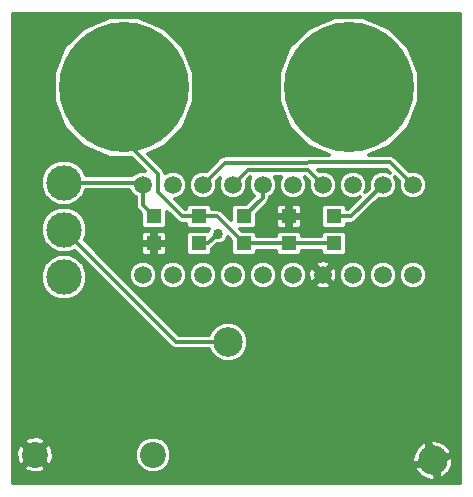
<source format=gbl>
%FSLAX34Y34*%
G04 Gerber Fmt 3.4, Leading zero omitted, Abs format*
G04 (created by PCBNEW (2014-01-30 BZR 4648)-product) date Sun Feb 23 14:33:07 2014*
%MOIN*%
G01*
G70*
G90*
G04 APERTURE LIST*
%ADD10C,0.013780*%
%ADD11C,0.433071*%
%ADD12C,0.118110*%
%ADD13R,0.051181X0.047244*%
%ADD14C,0.059055*%
%ADD15C,0.086614*%
%ADD16C,0.098425*%
%ADD17C,0.033858*%
%ADD18C,0.012000*%
%ADD19C,0.013780*%
G04 APERTURE END LIST*
G54D10*
G54D11*
X4250Y13750D03*
X11750Y13750D03*
G54D12*
X2250Y7425D03*
X2250Y9000D03*
X2250Y10574D03*
G54D13*
X9750Y8550D03*
X9750Y9450D03*
G54D14*
X12875Y7500D03*
X12875Y10500D03*
X13875Y7500D03*
X13875Y10500D03*
G54D13*
X6750Y8550D03*
X6750Y9450D03*
X11250Y9450D03*
X11250Y8550D03*
G54D14*
X7875Y10500D03*
X6875Y10500D03*
X5875Y10500D03*
X4875Y10500D03*
X8875Y10500D03*
X9875Y10500D03*
X10875Y10500D03*
X4875Y7500D03*
X5875Y7500D03*
X6875Y7500D03*
X7875Y7500D03*
X8875Y7500D03*
X9875Y7500D03*
X10875Y7500D03*
G54D13*
X8250Y9450D03*
X8250Y8550D03*
X5250Y9450D03*
X5250Y8550D03*
G54D15*
X5218Y1500D03*
X1281Y1500D03*
G54D14*
X11875Y10500D03*
X11875Y7500D03*
G54D16*
X14545Y1318D03*
X7726Y5255D03*
G54D17*
X7375Y8875D03*
G54D18*
X2250Y9000D02*
X5994Y5255D01*
X5994Y5255D02*
X7726Y5255D01*
X8250Y9450D02*
X8875Y10075D01*
X8875Y10075D02*
X8875Y10500D01*
X8250Y8550D02*
X7350Y9450D01*
X7350Y9450D02*
X6750Y9450D01*
X9750Y8550D02*
X8250Y8550D01*
X4250Y13750D02*
X4250Y12000D01*
X4250Y12000D02*
X5375Y10875D01*
X5375Y10875D02*
X5375Y10250D01*
X5375Y10250D02*
X6175Y9450D01*
X6175Y9450D02*
X6750Y9450D01*
X9750Y8550D02*
X11250Y8550D01*
X13875Y10500D02*
X13125Y11250D01*
X7624Y11244D02*
X6875Y10500D01*
X13125Y11250D02*
X7624Y11244D01*
X11250Y9450D02*
X11825Y9450D01*
X11825Y9450D02*
X12875Y10500D01*
X6750Y8550D02*
X7050Y8550D01*
X7050Y8550D02*
X7375Y8875D01*
X7875Y10500D02*
X8375Y11000D01*
X10375Y11000D02*
X10875Y10500D01*
X8375Y11000D02*
X10375Y11000D01*
X4875Y10500D02*
X4875Y9825D01*
X4875Y9825D02*
X5250Y9450D01*
X2250Y10574D02*
X4800Y10574D01*
G54D10*
G36*
X15440Y560D02*
X15230Y560D01*
X15230Y1330D01*
X15177Y1425D01*
X15145Y1417D01*
X15145Y1541D01*
X15144Y1651D01*
X14972Y1855D01*
X14734Y1977D01*
X14534Y2004D01*
X14438Y1950D01*
X14588Y1392D01*
X15145Y1541D01*
X15145Y1417D01*
X14619Y1276D01*
X14768Y718D01*
X14878Y719D01*
X15082Y892D01*
X15204Y1130D01*
X15230Y1330D01*
X15230Y560D01*
X14652Y560D01*
X14652Y687D01*
X14503Y1245D01*
X14472Y1237D01*
X14472Y1361D01*
X14350Y1816D01*
X14350Y7594D01*
X14350Y10594D01*
X14278Y10768D01*
X14144Y10902D01*
X13969Y10975D01*
X13780Y10975D01*
X13751Y10963D01*
X13294Y11419D01*
X13294Y11419D01*
X13294Y11419D01*
X13255Y11445D01*
X13216Y11471D01*
X13216Y11471D01*
X13216Y11471D01*
X13170Y11480D01*
X13125Y11490D01*
X13124Y11489D01*
X13124Y11490D01*
X12420Y11489D01*
X13076Y11760D01*
X13737Y12419D01*
X14094Y13281D01*
X14095Y14214D01*
X13739Y15076D01*
X13080Y15737D01*
X12218Y16094D01*
X11285Y16095D01*
X10423Y15739D01*
X9762Y15080D01*
X9405Y14218D01*
X9404Y13285D01*
X9760Y12423D01*
X10419Y11762D01*
X11081Y11488D01*
X7624Y11484D01*
X7579Y11475D01*
X7533Y11466D01*
X7533Y11466D01*
X7532Y11466D01*
X7494Y11440D01*
X7455Y11414D01*
X7000Y10962D01*
X6969Y10975D01*
X6780Y10975D01*
X6606Y10903D01*
X6472Y10769D01*
X6399Y10594D01*
X6399Y10405D01*
X6471Y10231D01*
X6605Y10097D01*
X6780Y10024D01*
X6969Y10024D01*
X7143Y10096D01*
X7277Y10230D01*
X7350Y10405D01*
X7350Y10594D01*
X7338Y10622D01*
X7462Y10744D01*
X7399Y10594D01*
X7399Y10405D01*
X7471Y10231D01*
X7605Y10097D01*
X7780Y10024D01*
X7969Y10024D01*
X8143Y10096D01*
X8277Y10230D01*
X8350Y10405D01*
X8350Y10594D01*
X8338Y10623D01*
X8464Y10749D01*
X8399Y10594D01*
X8399Y10405D01*
X8471Y10231D01*
X8581Y10121D01*
X8326Y9866D01*
X7958Y9866D01*
X7892Y9838D01*
X7841Y9788D01*
X7814Y9722D01*
X7814Y9650D01*
X7814Y9325D01*
X7519Y9619D01*
X7441Y9671D01*
X7350Y9690D01*
X7185Y9690D01*
X7185Y9722D01*
X7158Y9788D01*
X7107Y9838D01*
X7041Y9866D01*
X6970Y9866D01*
X6458Y9866D01*
X6392Y9838D01*
X6341Y9788D01*
X6314Y9722D01*
X6314Y9690D01*
X6274Y9690D01*
X5939Y10024D01*
X5969Y10024D01*
X6143Y10096D01*
X6277Y10230D01*
X6350Y10405D01*
X6350Y10594D01*
X6278Y10768D01*
X6144Y10902D01*
X5969Y10975D01*
X5780Y10975D01*
X5609Y10904D01*
X5596Y10966D01*
X5544Y11044D01*
X5047Y11541D01*
X5576Y11760D01*
X6237Y12419D01*
X6594Y13281D01*
X6595Y14214D01*
X6239Y15076D01*
X5580Y15737D01*
X4718Y16094D01*
X3785Y16095D01*
X2923Y15739D01*
X2262Y15080D01*
X1905Y14218D01*
X1904Y13285D01*
X2260Y12423D01*
X2919Y11762D01*
X3781Y11405D01*
X4506Y11404D01*
X4935Y10975D01*
X4780Y10975D01*
X4606Y10903D01*
X4517Y10814D01*
X2984Y10814D01*
X2903Y11010D01*
X2687Y11227D01*
X2403Y11345D01*
X2097Y11345D01*
X1814Y11228D01*
X1597Y11011D01*
X1479Y10728D01*
X1479Y10422D01*
X1596Y10138D01*
X1812Y9921D01*
X2096Y9804D01*
X2402Y9804D01*
X2685Y9921D01*
X2902Y10137D01*
X2984Y10334D01*
X4429Y10334D01*
X4471Y10231D01*
X4605Y10097D01*
X4635Y10085D01*
X4635Y9825D01*
X4653Y9733D01*
X4705Y9655D01*
X4814Y9546D01*
X4814Y9177D01*
X4841Y9111D01*
X4892Y9061D01*
X4958Y9033D01*
X5029Y9033D01*
X5541Y9033D01*
X5607Y9061D01*
X5658Y9111D01*
X5685Y9177D01*
X5685Y9249D01*
X5685Y9599D01*
X6005Y9280D01*
X6083Y9228D01*
X6175Y9210D01*
X6314Y9210D01*
X6314Y9177D01*
X6341Y9111D01*
X6392Y9061D01*
X6458Y9033D01*
X6529Y9033D01*
X7041Y9033D01*
X7067Y9044D01*
X7034Y8966D01*
X6970Y8966D01*
X6458Y8966D01*
X6392Y8938D01*
X6341Y8888D01*
X6314Y8822D01*
X6314Y8750D01*
X6314Y8277D01*
X6341Y8211D01*
X6392Y8161D01*
X6458Y8133D01*
X6529Y8133D01*
X7041Y8133D01*
X7107Y8161D01*
X7158Y8211D01*
X7185Y8277D01*
X7185Y8349D01*
X7185Y8357D01*
X7219Y8380D01*
X7365Y8525D01*
X7444Y8525D01*
X7572Y8578D01*
X7670Y8676D01*
X7704Y8756D01*
X7814Y8646D01*
X7814Y8277D01*
X7841Y8211D01*
X7892Y8161D01*
X7958Y8133D01*
X8029Y8133D01*
X8541Y8133D01*
X8607Y8161D01*
X8658Y8211D01*
X8685Y8277D01*
X8685Y8310D01*
X9314Y8310D01*
X9314Y8277D01*
X9341Y8211D01*
X9392Y8161D01*
X9458Y8133D01*
X9529Y8133D01*
X10041Y8133D01*
X10107Y8161D01*
X10158Y8211D01*
X10185Y8277D01*
X10185Y8310D01*
X10814Y8310D01*
X10814Y8277D01*
X10841Y8211D01*
X10892Y8161D01*
X10958Y8133D01*
X11029Y8133D01*
X11541Y8133D01*
X11607Y8161D01*
X11658Y8211D01*
X11685Y8277D01*
X11685Y8349D01*
X11685Y8822D01*
X11658Y8888D01*
X11607Y8938D01*
X11541Y8966D01*
X11470Y8966D01*
X10958Y8966D01*
X10892Y8938D01*
X10841Y8888D01*
X10814Y8822D01*
X10814Y8790D01*
X10185Y8790D01*
X10185Y8822D01*
X10185Y9177D01*
X10185Y9345D01*
X10185Y9555D01*
X10185Y9722D01*
X10158Y9788D01*
X10107Y9838D01*
X10041Y9866D01*
X9970Y9866D01*
X9855Y9866D01*
X9810Y9821D01*
X9810Y9510D01*
X10140Y9510D01*
X10185Y9555D01*
X10185Y9345D01*
X10140Y9390D01*
X9810Y9390D01*
X9810Y9078D01*
X9855Y9033D01*
X9970Y9033D01*
X10041Y9033D01*
X10107Y9061D01*
X10158Y9111D01*
X10185Y9177D01*
X10185Y8822D01*
X10158Y8888D01*
X10107Y8938D01*
X10041Y8966D01*
X9970Y8966D01*
X9690Y8966D01*
X9690Y9078D01*
X9690Y9390D01*
X9690Y9510D01*
X9690Y9821D01*
X9645Y9866D01*
X9529Y9866D01*
X9458Y9866D01*
X9392Y9838D01*
X9341Y9788D01*
X9314Y9722D01*
X9314Y9555D01*
X9359Y9510D01*
X9690Y9510D01*
X9690Y9390D01*
X9359Y9390D01*
X9314Y9345D01*
X9314Y9177D01*
X9341Y9111D01*
X9392Y9061D01*
X9458Y9033D01*
X9529Y9033D01*
X9645Y9033D01*
X9690Y9078D01*
X9690Y8966D01*
X9458Y8966D01*
X9392Y8938D01*
X9341Y8888D01*
X9314Y8822D01*
X9314Y8790D01*
X8685Y8790D01*
X8685Y8822D01*
X8658Y8888D01*
X8607Y8938D01*
X8541Y8966D01*
X8470Y8966D01*
X8173Y8966D01*
X8105Y9033D01*
X8541Y9033D01*
X8607Y9061D01*
X8658Y9111D01*
X8685Y9177D01*
X8685Y9249D01*
X8685Y9546D01*
X9044Y9905D01*
X9096Y9983D01*
X9115Y10075D01*
X9115Y10084D01*
X9143Y10096D01*
X9277Y10230D01*
X9350Y10405D01*
X9350Y10594D01*
X9281Y10760D01*
X9468Y10760D01*
X9399Y10594D01*
X9399Y10405D01*
X9471Y10231D01*
X9605Y10097D01*
X9780Y10024D01*
X9969Y10024D01*
X10143Y10096D01*
X10277Y10230D01*
X10350Y10405D01*
X10350Y10594D01*
X10286Y10749D01*
X10411Y10623D01*
X10399Y10594D01*
X10399Y10405D01*
X10471Y10231D01*
X10605Y10097D01*
X10780Y10024D01*
X10969Y10024D01*
X11143Y10096D01*
X11277Y10230D01*
X11350Y10405D01*
X11350Y10594D01*
X11278Y10768D01*
X11144Y10902D01*
X10969Y10975D01*
X10780Y10975D01*
X10751Y10963D01*
X10706Y11007D01*
X13025Y11009D01*
X13124Y10910D01*
X12969Y10975D01*
X12780Y10975D01*
X12606Y10903D01*
X12472Y10769D01*
X12399Y10594D01*
X12399Y10405D01*
X12411Y10376D01*
X12285Y10250D01*
X12350Y10405D01*
X12350Y10594D01*
X12278Y10768D01*
X12144Y10902D01*
X11969Y10975D01*
X11780Y10975D01*
X11606Y10903D01*
X11472Y10769D01*
X11399Y10594D01*
X11399Y10405D01*
X11471Y10231D01*
X11605Y10097D01*
X11780Y10024D01*
X11969Y10024D01*
X12124Y10088D01*
X11725Y9690D01*
X11685Y9690D01*
X11685Y9722D01*
X11658Y9788D01*
X11607Y9838D01*
X11541Y9866D01*
X11470Y9866D01*
X10958Y9866D01*
X10892Y9838D01*
X10841Y9788D01*
X10814Y9722D01*
X10814Y9650D01*
X10814Y9177D01*
X10841Y9111D01*
X10892Y9061D01*
X10958Y9033D01*
X11029Y9033D01*
X11541Y9033D01*
X11607Y9061D01*
X11658Y9111D01*
X11685Y9177D01*
X11685Y9210D01*
X11825Y9210D01*
X11916Y9228D01*
X11994Y9280D01*
X12751Y10036D01*
X12780Y10024D01*
X12969Y10024D01*
X13143Y10096D01*
X13277Y10230D01*
X13350Y10405D01*
X13350Y10594D01*
X13286Y10749D01*
X13411Y10623D01*
X13399Y10594D01*
X13399Y10405D01*
X13471Y10231D01*
X13605Y10097D01*
X13780Y10024D01*
X13969Y10024D01*
X14143Y10096D01*
X14277Y10230D01*
X14350Y10405D01*
X14350Y10594D01*
X14350Y7594D01*
X14278Y7768D01*
X14144Y7902D01*
X13969Y7975D01*
X13780Y7975D01*
X13606Y7903D01*
X13472Y7769D01*
X13399Y7594D01*
X13399Y7405D01*
X13471Y7231D01*
X13605Y7097D01*
X13780Y7024D01*
X13969Y7024D01*
X14143Y7096D01*
X14277Y7230D01*
X14350Y7405D01*
X14350Y7594D01*
X14350Y1816D01*
X14322Y1919D01*
X14213Y1918D01*
X14009Y1745D01*
X13886Y1507D01*
X13860Y1307D01*
X13914Y1211D01*
X14472Y1361D01*
X14472Y1237D01*
X13945Y1095D01*
X13946Y986D01*
X14119Y782D01*
X14357Y660D01*
X14557Y633D01*
X14652Y687D01*
X14652Y560D01*
X13350Y560D01*
X13350Y7594D01*
X13278Y7768D01*
X13144Y7902D01*
X12969Y7975D01*
X12780Y7975D01*
X12606Y7903D01*
X12472Y7769D01*
X12399Y7594D01*
X12399Y7405D01*
X12471Y7231D01*
X12605Y7097D01*
X12780Y7024D01*
X12969Y7024D01*
X13143Y7096D01*
X13277Y7230D01*
X13350Y7405D01*
X13350Y7594D01*
X13350Y560D01*
X12350Y560D01*
X12350Y7594D01*
X12278Y7768D01*
X12144Y7902D01*
X11969Y7975D01*
X11780Y7975D01*
X11606Y7903D01*
X11472Y7769D01*
X11399Y7594D01*
X11399Y7405D01*
X11471Y7231D01*
X11605Y7097D01*
X11780Y7024D01*
X11969Y7024D01*
X12143Y7096D01*
X12277Y7230D01*
X12350Y7405D01*
X12350Y7594D01*
X12350Y560D01*
X11356Y560D01*
X11356Y7446D01*
X11340Y7634D01*
X11299Y7734D01*
X11225Y7765D01*
X11140Y7680D01*
X11140Y7850D01*
X11109Y7924D01*
X10928Y7981D01*
X10740Y7965D01*
X10640Y7924D01*
X10609Y7850D01*
X10875Y7584D01*
X11140Y7850D01*
X11140Y7680D01*
X10959Y7500D01*
X11225Y7234D01*
X11299Y7265D01*
X11356Y7446D01*
X11356Y560D01*
X11140Y560D01*
X11140Y7149D01*
X10875Y7415D01*
X10790Y7330D01*
X10790Y7500D01*
X10524Y7765D01*
X10450Y7734D01*
X10393Y7553D01*
X10409Y7365D01*
X10450Y7265D01*
X10524Y7234D01*
X10790Y7500D01*
X10790Y7330D01*
X10609Y7149D01*
X10640Y7075D01*
X10821Y7018D01*
X11009Y7034D01*
X11109Y7075D01*
X11140Y7149D01*
X11140Y560D01*
X10350Y560D01*
X10350Y7594D01*
X10278Y7768D01*
X10144Y7902D01*
X9969Y7975D01*
X9780Y7975D01*
X9606Y7903D01*
X9472Y7769D01*
X9399Y7594D01*
X9399Y7405D01*
X9471Y7231D01*
X9605Y7097D01*
X9780Y7024D01*
X9969Y7024D01*
X10143Y7096D01*
X10277Y7230D01*
X10350Y7405D01*
X10350Y7594D01*
X10350Y560D01*
X9350Y560D01*
X9350Y7594D01*
X9278Y7768D01*
X9144Y7902D01*
X8969Y7975D01*
X8780Y7975D01*
X8606Y7903D01*
X8472Y7769D01*
X8399Y7594D01*
X8399Y7405D01*
X8471Y7231D01*
X8605Y7097D01*
X8780Y7024D01*
X8969Y7024D01*
X9143Y7096D01*
X9277Y7230D01*
X9350Y7405D01*
X9350Y7594D01*
X9350Y560D01*
X8398Y560D01*
X8398Y5389D01*
X8350Y5506D01*
X8350Y7594D01*
X8278Y7768D01*
X8144Y7902D01*
X7969Y7975D01*
X7780Y7975D01*
X7606Y7903D01*
X7472Y7769D01*
X7399Y7594D01*
X7399Y7405D01*
X7471Y7231D01*
X7605Y7097D01*
X7780Y7024D01*
X7969Y7024D01*
X8143Y7096D01*
X8277Y7230D01*
X8350Y7405D01*
X8350Y7594D01*
X8350Y5506D01*
X8296Y5636D01*
X8107Y5825D01*
X7860Y5927D01*
X7593Y5928D01*
X7350Y5827D01*
X7350Y7594D01*
X7278Y7768D01*
X7144Y7902D01*
X6969Y7975D01*
X6780Y7975D01*
X6606Y7903D01*
X6472Y7769D01*
X6399Y7594D01*
X6399Y7405D01*
X6471Y7231D01*
X6605Y7097D01*
X6780Y7024D01*
X6969Y7024D01*
X7143Y7096D01*
X7277Y7230D01*
X7350Y7405D01*
X7350Y7594D01*
X7350Y5827D01*
X7346Y5826D01*
X7157Y5637D01*
X7098Y5495D01*
X6350Y5495D01*
X6350Y7594D01*
X6278Y7768D01*
X6144Y7902D01*
X5969Y7975D01*
X5780Y7975D01*
X5685Y7936D01*
X5685Y8277D01*
X5685Y8445D01*
X5685Y8655D01*
X5685Y8822D01*
X5658Y8888D01*
X5607Y8938D01*
X5541Y8966D01*
X5470Y8966D01*
X5355Y8966D01*
X5310Y8921D01*
X5310Y8610D01*
X5640Y8610D01*
X5685Y8655D01*
X5685Y8445D01*
X5640Y8490D01*
X5310Y8490D01*
X5310Y8178D01*
X5355Y8133D01*
X5470Y8133D01*
X5541Y8133D01*
X5607Y8161D01*
X5658Y8211D01*
X5685Y8277D01*
X5685Y7936D01*
X5606Y7903D01*
X5472Y7769D01*
X5399Y7594D01*
X5399Y7405D01*
X5471Y7231D01*
X5605Y7097D01*
X5780Y7024D01*
X5969Y7024D01*
X6143Y7096D01*
X6277Y7230D01*
X6350Y7405D01*
X6350Y7594D01*
X6350Y5495D01*
X6093Y5495D01*
X5350Y6239D01*
X5350Y7594D01*
X5278Y7768D01*
X5190Y7857D01*
X5190Y8178D01*
X5190Y8490D01*
X5190Y8610D01*
X5190Y8921D01*
X5145Y8966D01*
X5029Y8966D01*
X4958Y8966D01*
X4892Y8938D01*
X4841Y8888D01*
X4814Y8822D01*
X4814Y8655D01*
X4859Y8610D01*
X5190Y8610D01*
X5190Y8490D01*
X4859Y8490D01*
X4814Y8445D01*
X4814Y8277D01*
X4841Y8211D01*
X4892Y8161D01*
X4958Y8133D01*
X5029Y8133D01*
X5145Y8133D01*
X5190Y8178D01*
X5190Y7857D01*
X5144Y7902D01*
X4969Y7975D01*
X4780Y7975D01*
X4606Y7903D01*
X4472Y7769D01*
X4399Y7594D01*
X4399Y7405D01*
X4471Y7231D01*
X4605Y7097D01*
X4780Y7024D01*
X4969Y7024D01*
X5143Y7096D01*
X5277Y7230D01*
X5350Y7405D01*
X5350Y7594D01*
X5350Y6239D01*
X2939Y8650D01*
X3020Y8846D01*
X3020Y9152D01*
X2903Y9435D01*
X2687Y9652D01*
X2403Y9770D01*
X2097Y9770D01*
X1814Y9653D01*
X1597Y9437D01*
X1479Y9153D01*
X1479Y8847D01*
X1596Y8564D01*
X1812Y8347D01*
X2096Y8229D01*
X2402Y8229D01*
X2599Y8310D01*
X5824Y5086D01*
X5902Y5034D01*
X5994Y5015D01*
X7098Y5015D01*
X7156Y4875D01*
X7345Y4686D01*
X7592Y4583D01*
X7859Y4583D01*
X8106Y4685D01*
X8296Y4874D01*
X8398Y5121D01*
X8398Y5389D01*
X8398Y560D01*
X5831Y560D01*
X5831Y1621D01*
X5738Y1846D01*
X5566Y2019D01*
X5340Y2112D01*
X5097Y2113D01*
X4871Y2020D01*
X4699Y1847D01*
X4605Y1622D01*
X4605Y1378D01*
X4698Y1153D01*
X4870Y980D01*
X5096Y887D01*
X5339Y886D01*
X5565Y979D01*
X5737Y1152D01*
X5831Y1377D01*
X5831Y1621D01*
X5831Y560D01*
X3020Y560D01*
X3020Y7577D01*
X2903Y7861D01*
X2687Y8078D01*
X2403Y8195D01*
X2097Y8195D01*
X1814Y8078D01*
X1597Y7862D01*
X1479Y7579D01*
X1479Y7272D01*
X1596Y6989D01*
X1812Y6772D01*
X2096Y6654D01*
X2402Y6654D01*
X2685Y6771D01*
X2902Y6988D01*
X3020Y7271D01*
X3020Y7577D01*
X3020Y560D01*
X1900Y560D01*
X1900Y1413D01*
X1886Y1656D01*
X1820Y1817D01*
X1731Y1865D01*
X1647Y1780D01*
X1647Y1950D01*
X1598Y2038D01*
X1368Y2119D01*
X1124Y2105D01*
X964Y2038D01*
X915Y1950D01*
X1281Y1584D01*
X1647Y1950D01*
X1647Y1780D01*
X1366Y1500D01*
X1731Y1134D01*
X1820Y1182D01*
X1900Y1413D01*
X1900Y560D01*
X1647Y560D01*
X1647Y1049D01*
X1281Y1415D01*
X1196Y1330D01*
X1196Y1500D01*
X831Y1865D01*
X742Y1817D01*
X662Y1586D01*
X676Y1343D01*
X742Y1182D01*
X831Y1134D01*
X1196Y1500D01*
X1196Y1330D01*
X915Y1049D01*
X964Y961D01*
X1194Y880D01*
X1438Y894D01*
X1598Y961D01*
X1647Y1049D01*
X1647Y560D01*
X560Y560D01*
X560Y16190D01*
X15440Y16190D01*
X15440Y560D01*
X15440Y560D01*
G37*
G54D18*
X15440Y560D02*
X15230Y560D01*
X15230Y1330D01*
X15177Y1425D01*
X15145Y1417D01*
X15145Y1541D01*
X15144Y1651D01*
X14972Y1855D01*
X14734Y1977D01*
X14534Y2004D01*
X14438Y1950D01*
X14588Y1392D01*
X15145Y1541D01*
X15145Y1417D01*
X14619Y1276D01*
X14768Y718D01*
X14878Y719D01*
X15082Y892D01*
X15204Y1130D01*
X15230Y1330D01*
X15230Y560D01*
X14652Y560D01*
X14652Y687D01*
X14503Y1245D01*
X14472Y1237D01*
X14472Y1361D01*
X14350Y1816D01*
X14350Y7594D01*
X14350Y10594D01*
X14278Y10768D01*
X14144Y10902D01*
X13969Y10975D01*
X13780Y10975D01*
X13751Y10963D01*
X13294Y11419D01*
X13294Y11419D01*
X13294Y11419D01*
X13255Y11445D01*
X13216Y11471D01*
X13216Y11471D01*
X13216Y11471D01*
X13170Y11480D01*
X13125Y11490D01*
X13124Y11489D01*
X13124Y11490D01*
X12420Y11489D01*
X13076Y11760D01*
X13737Y12419D01*
X14094Y13281D01*
X14095Y14214D01*
X13739Y15076D01*
X13080Y15737D01*
X12218Y16094D01*
X11285Y16095D01*
X10423Y15739D01*
X9762Y15080D01*
X9405Y14218D01*
X9404Y13285D01*
X9760Y12423D01*
X10419Y11762D01*
X11081Y11488D01*
X7624Y11484D01*
X7579Y11475D01*
X7533Y11466D01*
X7533Y11466D01*
X7532Y11466D01*
X7494Y11440D01*
X7455Y11414D01*
X7000Y10962D01*
X6969Y10975D01*
X6780Y10975D01*
X6606Y10903D01*
X6472Y10769D01*
X6399Y10594D01*
X6399Y10405D01*
X6471Y10231D01*
X6605Y10097D01*
X6780Y10024D01*
X6969Y10024D01*
X7143Y10096D01*
X7277Y10230D01*
X7350Y10405D01*
X7350Y10594D01*
X7338Y10622D01*
X7462Y10744D01*
X7399Y10594D01*
X7399Y10405D01*
X7471Y10231D01*
X7605Y10097D01*
X7780Y10024D01*
X7969Y10024D01*
X8143Y10096D01*
X8277Y10230D01*
X8350Y10405D01*
X8350Y10594D01*
X8338Y10623D01*
X8464Y10749D01*
X8399Y10594D01*
X8399Y10405D01*
X8471Y10231D01*
X8581Y10121D01*
X8326Y9866D01*
X7958Y9866D01*
X7892Y9838D01*
X7841Y9788D01*
X7814Y9722D01*
X7814Y9650D01*
X7814Y9325D01*
X7519Y9619D01*
X7441Y9671D01*
X7350Y9690D01*
X7185Y9690D01*
X7185Y9722D01*
X7158Y9788D01*
X7107Y9838D01*
X7041Y9866D01*
X6970Y9866D01*
X6458Y9866D01*
X6392Y9838D01*
X6341Y9788D01*
X6314Y9722D01*
X6314Y9690D01*
X6274Y9690D01*
X5939Y10024D01*
X5969Y10024D01*
X6143Y10096D01*
X6277Y10230D01*
X6350Y10405D01*
X6350Y10594D01*
X6278Y10768D01*
X6144Y10902D01*
X5969Y10975D01*
X5780Y10975D01*
X5609Y10904D01*
X5596Y10966D01*
X5544Y11044D01*
X5047Y11541D01*
X5576Y11760D01*
X6237Y12419D01*
X6594Y13281D01*
X6595Y14214D01*
X6239Y15076D01*
X5580Y15737D01*
X4718Y16094D01*
X3785Y16095D01*
X2923Y15739D01*
X2262Y15080D01*
X1905Y14218D01*
X1904Y13285D01*
X2260Y12423D01*
X2919Y11762D01*
X3781Y11405D01*
X4506Y11404D01*
X4935Y10975D01*
X4780Y10975D01*
X4606Y10903D01*
X4517Y10814D01*
X2984Y10814D01*
X2903Y11010D01*
X2687Y11227D01*
X2403Y11345D01*
X2097Y11345D01*
X1814Y11228D01*
X1597Y11011D01*
X1479Y10728D01*
X1479Y10422D01*
X1596Y10138D01*
X1812Y9921D01*
X2096Y9804D01*
X2402Y9804D01*
X2685Y9921D01*
X2902Y10137D01*
X2984Y10334D01*
X4429Y10334D01*
X4471Y10231D01*
X4605Y10097D01*
X4635Y10085D01*
X4635Y9825D01*
X4653Y9733D01*
X4705Y9655D01*
X4814Y9546D01*
X4814Y9177D01*
X4841Y9111D01*
X4892Y9061D01*
X4958Y9033D01*
X5029Y9033D01*
X5541Y9033D01*
X5607Y9061D01*
X5658Y9111D01*
X5685Y9177D01*
X5685Y9249D01*
X5685Y9599D01*
X6005Y9280D01*
X6083Y9228D01*
X6175Y9210D01*
X6314Y9210D01*
X6314Y9177D01*
X6341Y9111D01*
X6392Y9061D01*
X6458Y9033D01*
X6529Y9033D01*
X7041Y9033D01*
X7067Y9044D01*
X7034Y8966D01*
X6970Y8966D01*
X6458Y8966D01*
X6392Y8938D01*
X6341Y8888D01*
X6314Y8822D01*
X6314Y8750D01*
X6314Y8277D01*
X6341Y8211D01*
X6392Y8161D01*
X6458Y8133D01*
X6529Y8133D01*
X7041Y8133D01*
X7107Y8161D01*
X7158Y8211D01*
X7185Y8277D01*
X7185Y8349D01*
X7185Y8357D01*
X7219Y8380D01*
X7365Y8525D01*
X7444Y8525D01*
X7572Y8578D01*
X7670Y8676D01*
X7704Y8756D01*
X7814Y8646D01*
X7814Y8277D01*
X7841Y8211D01*
X7892Y8161D01*
X7958Y8133D01*
X8029Y8133D01*
X8541Y8133D01*
X8607Y8161D01*
X8658Y8211D01*
X8685Y8277D01*
X8685Y8310D01*
X9314Y8310D01*
X9314Y8277D01*
X9341Y8211D01*
X9392Y8161D01*
X9458Y8133D01*
X9529Y8133D01*
X10041Y8133D01*
X10107Y8161D01*
X10158Y8211D01*
X10185Y8277D01*
X10185Y8310D01*
X10814Y8310D01*
X10814Y8277D01*
X10841Y8211D01*
X10892Y8161D01*
X10958Y8133D01*
X11029Y8133D01*
X11541Y8133D01*
X11607Y8161D01*
X11658Y8211D01*
X11685Y8277D01*
X11685Y8349D01*
X11685Y8822D01*
X11658Y8888D01*
X11607Y8938D01*
X11541Y8966D01*
X11470Y8966D01*
X10958Y8966D01*
X10892Y8938D01*
X10841Y8888D01*
X10814Y8822D01*
X10814Y8790D01*
X10185Y8790D01*
X10185Y8822D01*
X10185Y9177D01*
X10185Y9345D01*
X10185Y9555D01*
X10185Y9722D01*
X10158Y9788D01*
X10107Y9838D01*
X10041Y9866D01*
X9970Y9866D01*
X9855Y9866D01*
X9810Y9821D01*
X9810Y9510D01*
X10140Y9510D01*
X10185Y9555D01*
X10185Y9345D01*
X10140Y9390D01*
X9810Y9390D01*
X9810Y9078D01*
X9855Y9033D01*
X9970Y9033D01*
X10041Y9033D01*
X10107Y9061D01*
X10158Y9111D01*
X10185Y9177D01*
X10185Y8822D01*
X10158Y8888D01*
X10107Y8938D01*
X10041Y8966D01*
X9970Y8966D01*
X9690Y8966D01*
X9690Y9078D01*
X9690Y9390D01*
X9690Y9510D01*
X9690Y9821D01*
X9645Y9866D01*
X9529Y9866D01*
X9458Y9866D01*
X9392Y9838D01*
X9341Y9788D01*
X9314Y9722D01*
X9314Y9555D01*
X9359Y9510D01*
X9690Y9510D01*
X9690Y9390D01*
X9359Y9390D01*
X9314Y9345D01*
X9314Y9177D01*
X9341Y9111D01*
X9392Y9061D01*
X9458Y9033D01*
X9529Y9033D01*
X9645Y9033D01*
X9690Y9078D01*
X9690Y8966D01*
X9458Y8966D01*
X9392Y8938D01*
X9341Y8888D01*
X9314Y8822D01*
X9314Y8790D01*
X8685Y8790D01*
X8685Y8822D01*
X8658Y8888D01*
X8607Y8938D01*
X8541Y8966D01*
X8470Y8966D01*
X8173Y8966D01*
X8105Y9033D01*
X8541Y9033D01*
X8607Y9061D01*
X8658Y9111D01*
X8685Y9177D01*
X8685Y9249D01*
X8685Y9546D01*
X9044Y9905D01*
X9096Y9983D01*
X9115Y10075D01*
X9115Y10084D01*
X9143Y10096D01*
X9277Y10230D01*
X9350Y10405D01*
X9350Y10594D01*
X9281Y10760D01*
X9468Y10760D01*
X9399Y10594D01*
X9399Y10405D01*
X9471Y10231D01*
X9605Y10097D01*
X9780Y10024D01*
X9969Y10024D01*
X10143Y10096D01*
X10277Y10230D01*
X10350Y10405D01*
X10350Y10594D01*
X10286Y10749D01*
X10411Y10623D01*
X10399Y10594D01*
X10399Y10405D01*
X10471Y10231D01*
X10605Y10097D01*
X10780Y10024D01*
X10969Y10024D01*
X11143Y10096D01*
X11277Y10230D01*
X11350Y10405D01*
X11350Y10594D01*
X11278Y10768D01*
X11144Y10902D01*
X10969Y10975D01*
X10780Y10975D01*
X10751Y10963D01*
X10706Y11007D01*
X13025Y11009D01*
X13124Y10910D01*
X12969Y10975D01*
X12780Y10975D01*
X12606Y10903D01*
X12472Y10769D01*
X12399Y10594D01*
X12399Y10405D01*
X12411Y10376D01*
X12285Y10250D01*
X12350Y10405D01*
X12350Y10594D01*
X12278Y10768D01*
X12144Y10902D01*
X11969Y10975D01*
X11780Y10975D01*
X11606Y10903D01*
X11472Y10769D01*
X11399Y10594D01*
X11399Y10405D01*
X11471Y10231D01*
X11605Y10097D01*
X11780Y10024D01*
X11969Y10024D01*
X12124Y10088D01*
X11725Y9690D01*
X11685Y9690D01*
X11685Y9722D01*
X11658Y9788D01*
X11607Y9838D01*
X11541Y9866D01*
X11470Y9866D01*
X10958Y9866D01*
X10892Y9838D01*
X10841Y9788D01*
X10814Y9722D01*
X10814Y9650D01*
X10814Y9177D01*
X10841Y9111D01*
X10892Y9061D01*
X10958Y9033D01*
X11029Y9033D01*
X11541Y9033D01*
X11607Y9061D01*
X11658Y9111D01*
X11685Y9177D01*
X11685Y9210D01*
X11825Y9210D01*
X11916Y9228D01*
X11994Y9280D01*
X12751Y10036D01*
X12780Y10024D01*
X12969Y10024D01*
X13143Y10096D01*
X13277Y10230D01*
X13350Y10405D01*
X13350Y10594D01*
X13286Y10749D01*
X13411Y10623D01*
X13399Y10594D01*
X13399Y10405D01*
X13471Y10231D01*
X13605Y10097D01*
X13780Y10024D01*
X13969Y10024D01*
X14143Y10096D01*
X14277Y10230D01*
X14350Y10405D01*
X14350Y10594D01*
X14350Y7594D01*
X14278Y7768D01*
X14144Y7902D01*
X13969Y7975D01*
X13780Y7975D01*
X13606Y7903D01*
X13472Y7769D01*
X13399Y7594D01*
X13399Y7405D01*
X13471Y7231D01*
X13605Y7097D01*
X13780Y7024D01*
X13969Y7024D01*
X14143Y7096D01*
X14277Y7230D01*
X14350Y7405D01*
X14350Y7594D01*
X14350Y1816D01*
X14322Y1919D01*
X14213Y1918D01*
X14009Y1745D01*
X13886Y1507D01*
X13860Y1307D01*
X13914Y1211D01*
X14472Y1361D01*
X14472Y1237D01*
X13945Y1095D01*
X13946Y986D01*
X14119Y782D01*
X14357Y660D01*
X14557Y633D01*
X14652Y687D01*
X14652Y560D01*
X13350Y560D01*
X13350Y7594D01*
X13278Y7768D01*
X13144Y7902D01*
X12969Y7975D01*
X12780Y7975D01*
X12606Y7903D01*
X12472Y7769D01*
X12399Y7594D01*
X12399Y7405D01*
X12471Y7231D01*
X12605Y7097D01*
X12780Y7024D01*
X12969Y7024D01*
X13143Y7096D01*
X13277Y7230D01*
X13350Y7405D01*
X13350Y7594D01*
X13350Y560D01*
X12350Y560D01*
X12350Y7594D01*
X12278Y7768D01*
X12144Y7902D01*
X11969Y7975D01*
X11780Y7975D01*
X11606Y7903D01*
X11472Y7769D01*
X11399Y7594D01*
X11399Y7405D01*
X11471Y7231D01*
X11605Y7097D01*
X11780Y7024D01*
X11969Y7024D01*
X12143Y7096D01*
X12277Y7230D01*
X12350Y7405D01*
X12350Y7594D01*
X12350Y560D01*
X11356Y560D01*
X11356Y7446D01*
X11340Y7634D01*
X11299Y7734D01*
X11225Y7765D01*
X11140Y7680D01*
X11140Y7850D01*
X11109Y7924D01*
X10928Y7981D01*
X10740Y7965D01*
X10640Y7924D01*
X10609Y7850D01*
X10875Y7584D01*
X11140Y7850D01*
X11140Y7680D01*
X10959Y7500D01*
X11225Y7234D01*
X11299Y7265D01*
X11356Y7446D01*
X11356Y560D01*
X11140Y560D01*
X11140Y7149D01*
X10875Y7415D01*
X10790Y7330D01*
X10790Y7500D01*
X10524Y7765D01*
X10450Y7734D01*
X10393Y7553D01*
X10409Y7365D01*
X10450Y7265D01*
X10524Y7234D01*
X10790Y7500D01*
X10790Y7330D01*
X10609Y7149D01*
X10640Y7075D01*
X10821Y7018D01*
X11009Y7034D01*
X11109Y7075D01*
X11140Y7149D01*
X11140Y560D01*
X10350Y560D01*
X10350Y7594D01*
X10278Y7768D01*
X10144Y7902D01*
X9969Y7975D01*
X9780Y7975D01*
X9606Y7903D01*
X9472Y7769D01*
X9399Y7594D01*
X9399Y7405D01*
X9471Y7231D01*
X9605Y7097D01*
X9780Y7024D01*
X9969Y7024D01*
X10143Y7096D01*
X10277Y7230D01*
X10350Y7405D01*
X10350Y7594D01*
X10350Y560D01*
X9350Y560D01*
X9350Y7594D01*
X9278Y7768D01*
X9144Y7902D01*
X8969Y7975D01*
X8780Y7975D01*
X8606Y7903D01*
X8472Y7769D01*
X8399Y7594D01*
X8399Y7405D01*
X8471Y7231D01*
X8605Y7097D01*
X8780Y7024D01*
X8969Y7024D01*
X9143Y7096D01*
X9277Y7230D01*
X9350Y7405D01*
X9350Y7594D01*
X9350Y560D01*
X8398Y560D01*
X8398Y5389D01*
X8350Y5506D01*
X8350Y7594D01*
X8278Y7768D01*
X8144Y7902D01*
X7969Y7975D01*
X7780Y7975D01*
X7606Y7903D01*
X7472Y7769D01*
X7399Y7594D01*
X7399Y7405D01*
X7471Y7231D01*
X7605Y7097D01*
X7780Y7024D01*
X7969Y7024D01*
X8143Y7096D01*
X8277Y7230D01*
X8350Y7405D01*
X8350Y7594D01*
X8350Y5506D01*
X8296Y5636D01*
X8107Y5825D01*
X7860Y5927D01*
X7593Y5928D01*
X7350Y5827D01*
X7350Y7594D01*
X7278Y7768D01*
X7144Y7902D01*
X6969Y7975D01*
X6780Y7975D01*
X6606Y7903D01*
X6472Y7769D01*
X6399Y7594D01*
X6399Y7405D01*
X6471Y7231D01*
X6605Y7097D01*
X6780Y7024D01*
X6969Y7024D01*
X7143Y7096D01*
X7277Y7230D01*
X7350Y7405D01*
X7350Y7594D01*
X7350Y5827D01*
X7346Y5826D01*
X7157Y5637D01*
X7098Y5495D01*
X6350Y5495D01*
X6350Y7594D01*
X6278Y7768D01*
X6144Y7902D01*
X5969Y7975D01*
X5780Y7975D01*
X5685Y7936D01*
X5685Y8277D01*
X5685Y8445D01*
X5685Y8655D01*
X5685Y8822D01*
X5658Y8888D01*
X5607Y8938D01*
X5541Y8966D01*
X5470Y8966D01*
X5355Y8966D01*
X5310Y8921D01*
X5310Y8610D01*
X5640Y8610D01*
X5685Y8655D01*
X5685Y8445D01*
X5640Y8490D01*
X5310Y8490D01*
X5310Y8178D01*
X5355Y8133D01*
X5470Y8133D01*
X5541Y8133D01*
X5607Y8161D01*
X5658Y8211D01*
X5685Y8277D01*
X5685Y7936D01*
X5606Y7903D01*
X5472Y7769D01*
X5399Y7594D01*
X5399Y7405D01*
X5471Y7231D01*
X5605Y7097D01*
X5780Y7024D01*
X5969Y7024D01*
X6143Y7096D01*
X6277Y7230D01*
X6350Y7405D01*
X6350Y7594D01*
X6350Y5495D01*
X6093Y5495D01*
X5350Y6239D01*
X5350Y7594D01*
X5278Y7768D01*
X5190Y7857D01*
X5190Y8178D01*
X5190Y8490D01*
X5190Y8610D01*
X5190Y8921D01*
X5145Y8966D01*
X5029Y8966D01*
X4958Y8966D01*
X4892Y8938D01*
X4841Y8888D01*
X4814Y8822D01*
X4814Y8655D01*
X4859Y8610D01*
X5190Y8610D01*
X5190Y8490D01*
X4859Y8490D01*
X4814Y8445D01*
X4814Y8277D01*
X4841Y8211D01*
X4892Y8161D01*
X4958Y8133D01*
X5029Y8133D01*
X5145Y8133D01*
X5190Y8178D01*
X5190Y7857D01*
X5144Y7902D01*
X4969Y7975D01*
X4780Y7975D01*
X4606Y7903D01*
X4472Y7769D01*
X4399Y7594D01*
X4399Y7405D01*
X4471Y7231D01*
X4605Y7097D01*
X4780Y7024D01*
X4969Y7024D01*
X5143Y7096D01*
X5277Y7230D01*
X5350Y7405D01*
X5350Y7594D01*
X5350Y6239D01*
X2939Y8650D01*
X3020Y8846D01*
X3020Y9152D01*
X2903Y9435D01*
X2687Y9652D01*
X2403Y9770D01*
X2097Y9770D01*
X1814Y9653D01*
X1597Y9437D01*
X1479Y9153D01*
X1479Y8847D01*
X1596Y8564D01*
X1812Y8347D01*
X2096Y8229D01*
X2402Y8229D01*
X2599Y8310D01*
X5824Y5086D01*
X5902Y5034D01*
X5994Y5015D01*
X7098Y5015D01*
X7156Y4875D01*
X7345Y4686D01*
X7592Y4583D01*
X7859Y4583D01*
X8106Y4685D01*
X8296Y4874D01*
X8398Y5121D01*
X8398Y5389D01*
X8398Y560D01*
X5831Y560D01*
X5831Y1621D01*
X5738Y1846D01*
X5566Y2019D01*
X5340Y2112D01*
X5097Y2113D01*
X4871Y2020D01*
X4699Y1847D01*
X4605Y1622D01*
X4605Y1378D01*
X4698Y1153D01*
X4870Y980D01*
X5096Y887D01*
X5339Y886D01*
X5565Y979D01*
X5737Y1152D01*
X5831Y1377D01*
X5831Y1621D01*
X5831Y560D01*
X3020Y560D01*
X3020Y7577D01*
X2903Y7861D01*
X2687Y8078D01*
X2403Y8195D01*
X2097Y8195D01*
X1814Y8078D01*
X1597Y7862D01*
X1479Y7579D01*
X1479Y7272D01*
X1596Y6989D01*
X1812Y6772D01*
X2096Y6654D01*
X2402Y6654D01*
X2685Y6771D01*
X2902Y6988D01*
X3020Y7271D01*
X3020Y7577D01*
X3020Y560D01*
X1900Y560D01*
X1900Y1413D01*
X1886Y1656D01*
X1820Y1817D01*
X1731Y1865D01*
X1647Y1780D01*
X1647Y1950D01*
X1598Y2038D01*
X1368Y2119D01*
X1124Y2105D01*
X964Y2038D01*
X915Y1950D01*
X1281Y1584D01*
X1647Y1950D01*
X1647Y1780D01*
X1366Y1500D01*
X1731Y1134D01*
X1820Y1182D01*
X1900Y1413D01*
X1900Y560D01*
X1647Y560D01*
X1647Y1049D01*
X1281Y1415D01*
X1196Y1330D01*
X1196Y1500D01*
X831Y1865D01*
X742Y1817D01*
X662Y1586D01*
X676Y1343D01*
X742Y1182D01*
X831Y1134D01*
X1196Y1500D01*
X1196Y1330D01*
X915Y1049D01*
X964Y961D01*
X1194Y880D01*
X1438Y894D01*
X1598Y961D01*
X1647Y1049D01*
X1647Y560D01*
X560Y560D01*
X560Y16190D01*
X15440Y16190D01*
X15440Y560D01*
G54D19*
X7375Y8875D03*
X4250Y13750D03*
X11750Y13750D03*
X2250Y7425D03*
X2250Y9000D03*
X2250Y10574D03*
X12875Y7500D03*
X12875Y10500D03*
X13875Y7500D03*
X13875Y10500D03*
X7875Y10500D03*
X6875Y10500D03*
X5875Y10500D03*
X4875Y10500D03*
X8875Y10500D03*
X9875Y10500D03*
X10875Y10500D03*
X4875Y7500D03*
X5875Y7500D03*
X6875Y7500D03*
X7875Y7500D03*
X8875Y7500D03*
X9875Y7500D03*
X10875Y7500D03*
X5218Y1500D03*
X1281Y1500D03*
X11875Y10500D03*
X11875Y7500D03*
X14545Y1318D03*
X7726Y5255D03*
M02*

</source>
